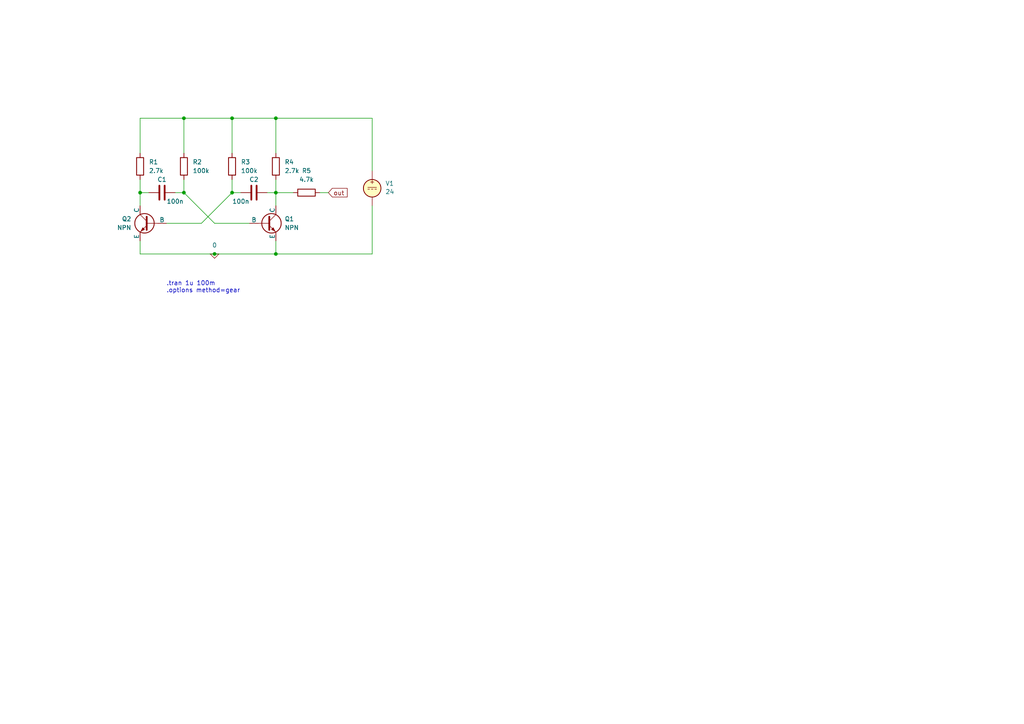
<source format=kicad_sch>
(kicad_sch (version 20231120) (generator "eeschema") (generator_version "8.0")
  (paper "A4")
  (lib_symbols
    (symbol "Device:C" (pin_numbers hide) (pin_names (offset 0.254))
      (property "Reference" "C" (at 0.635 2.54 0))
      (property "Value" "C" (at 0.635 -2.54 0))
      (symbol "C_0_1"
        (polyline (pts (xy -2.032 -0.762) (xy 2.032 -0.762)) (stroke (width 0.508)))
        (polyline (pts (xy -2.032 0.762) (xy 2.032 0.762)) (stroke (width 0.508)))
      )
      (symbol "C_1_1"
        (pin passive line (at 0 3.81 270) (length 2.794) (name "~") (number "1"))
        (pin passive line (at 0 -3.81 90) (length 2.794) (name "~") (number "2"))
      )
    )
    (symbol "Device:R" (pin_numbers hide) (pin_names (offset 0))
      (property "Reference" "R" (at 2.032 0 90))
      (property "Value" "R" (at 0 0 90))
      (symbol "R_0_1"
        (rectangle (start -1.016 -2.54) (end 1.016 2.54) (stroke (width 0.254)))
      )
      (symbol "R_1_1"
        (pin passive line (at 0 3.81 270) (length 1.27) (name "~") (number "1"))
        (pin passive line (at 0 -3.81 90) (length 1.27) (name "~") (number "2"))
      )
    )
    (symbol "Simulation_SPICE:0" (power) (pin_names (offset 0))
      (property "Value" "0" (at 0 -1.778 0))
      (symbol "0_0_1"
        (polyline (pts (xy -1.27 0) (xy 0 -1.27) (xy 1.27 0) (xy -1.27 0)))
      )
      (symbol "0_1_1"
        (pin power_in line (at 0 0 0) (length 0) hide (name "0") (number "1"))
      )
    )
    (symbol "Simulation_SPICE:NPN" (pin_numbers hide) (pin_names (offset 0))
      (property "Reference" "Q" (at -2.54 7.62 0))
      (property "Value" "NPN" (at -2.54 5.08 0))
      (symbol "NPN_0_1"
        (polyline (pts (xy -2.54 0) (xy 0.635 0)) (stroke (width 0.1524)))
        (polyline (pts (xy 0.635 0.635) (xy 2.54 2.54)))
        (polyline (pts (xy 2.794 -1.27) (xy 2.794 -1.27)) (stroke (width 0.1524)))
        (polyline (pts (xy 2.794 -1.27) (xy 2.794 -1.27)) (stroke (width 0.1524)))
        (polyline (pts (xy 0.635 -0.635) (xy 2.54 -2.54) (xy 2.54 -2.54)))
        (polyline (pts (xy 0.635 1.905) (xy 0.635 -1.905) (xy 0.635 -1.905)) (stroke (width 0.508)))
        (polyline (pts (xy 1.27 -1.778) (xy 1.778 -1.27) (xy 2.286 -2.286) (xy 1.27 -1.778) (xy 1.27 -1.778)) (fill (type outline)))
        (circle (center 1.27 0) (radius 2.8194) (stroke (width 0.254)))
      )
      (symbol "NPN_1_1"
        (pin open_collector line (at 2.54 5.08 270) (length 2.54) (name "C") (number "1"))
        (pin input line (at -5.08 0 0) (length 2.54) (name "B") (number "2"))
        (pin open_emitter line (at 2.54 -5.08 90) (length 2.54) (name "E") (number "3"))
      )
    )
    (symbol "Simulation_SPICE:VDC" (pin_numbers hide) (pin_names (offset 0.0254))
      (property "Reference" "V" (at 2.54 2.54 0))
      (property "Value" "1" (at 2.54 0 0))
      (symbol "VDC_0_0"
        (polyline (pts (xy -1.27 0.254) (xy 1.27 0.254)))
        (polyline (pts (xy -0.762 -0.254) (xy -1.27 -0.254)))
        (polyline (pts (xy 0.254 -0.254) (xy -0.254 -0.254)))
        (polyline (pts (xy 1.27 -0.254) (xy 0.762 -0.254)))
        (text "+" (at 0 1.905 0) (effects (font (size 1.27 1.27))))
      )
      (symbol "VDC_0_1"
        (circle (center 0 0) (radius 2.54) (stroke (width 0.254)) (fill (type background)))
      )
      (symbol "VDC_1_1"
        (pin passive line (at 0 5.08 270) (length 2.54) (name "~") (number "1"))
        (pin passive line (at 0 -5.08 90) (length 2.54) (name "~") (number "2"))
      )
    )
  )
  (junction (at 67.31 34.29))
  (junction (at 80.01 34.29))
  (junction (at 53.34 55.88))
  (junction (at 62.23 73.66))
  (junction (at 53.34 34.29))
  (junction (at 67.31 55.88))
  (junction (at 80.01 73.66))
  (junction (at 40.64 55.88))
  (junction (at 80.01 55.88))
  (wire (pts (xy 92.71 55.88) (xy 95.25 55.88)))
  (wire (pts (xy 43.18 55.88) (xy 40.64 55.88)))
  (wire (pts (xy 53.34 52.07) (xy 53.34 55.88)))
  (wire (pts (xy 53.34 34.29) (xy 40.64 34.29)))
  (wire (pts (xy 40.64 52.07) (xy 40.64 55.88)))
  (wire (pts (xy 53.34 34.29) (xy 67.31 34.29)))
  (wire (pts (xy 67.31 52.07) (xy 67.31 55.88)))
  (wire (pts (xy 40.64 69.85) (xy 40.64 73.66)))
  (wire (pts (xy 107.95 59.69) (xy 107.95 73.66)))
  (wire (pts (xy 58.42 64.77) (xy 67.31 55.88)))
  (wire (pts (xy 80.01 69.85) (xy 80.01 73.66)))
  (wire (pts (xy 53.34 55.88) (xy 50.8 55.88)))
  (wire (pts (xy 67.31 34.29) (xy 80.01 34.29)))
  (wire (pts (xy 80.01 34.29) (xy 80.01 44.45)))
  (wire (pts (xy 40.64 34.29) (xy 40.64 44.45)))
  (wire (pts (xy 62.23 64.77) (xy 72.39 64.77)))
  (wire (pts (xy 62.23 73.66) (xy 80.01 73.66)))
  (wire (pts (xy 107.95 34.29) (xy 107.95 49.53)))
  (wire (pts (xy 53.34 44.45) (xy 53.34 34.29)))
  (wire (pts (xy 80.01 52.07) (xy 80.01 55.88)))
  (wire (pts (xy 48.26 64.77) (xy 58.42 64.77)))
  (wire (pts (xy 80.01 73.66) (xy 107.95 73.66)))
  (wire (pts (xy 67.31 44.45) (xy 67.31 34.29)))
  (wire (pts (xy 67.31 55.88) (xy 69.85 55.88)))
  (wire (pts (xy 80.01 55.88) (xy 85.09 55.88)))
  (wire (pts (xy 40.64 73.66) (xy 62.23 73.66)))
  (wire (pts (xy 80.01 34.29) (xy 107.95 34.29)))
  (wire (pts (xy 62.23 64.77) (xy 53.34 55.88)))
  (wire (pts (xy 80.01 55.88) (xy 80.01 59.69)))
  (wire (pts (xy 77.47 55.88) (xy 80.01 55.88)))
  (wire (pts (xy 40.64 55.88) (xy 40.64 59.69)))
  (text ".tran 1u 100m\n.options method=gear" (at 48.26 85.09 0) (effects (font (size 1.27 1.27)) (justify left bottom)))
  (global_label "out" (shape input) (at 95.25 55.88 0) (property "Intersheetrefs" "${INTERSHEET_REFS}" (effects (hide yes))))
  (symbol (lib_id "Device:R") (at 88.9 55.88 90) (unit 1)
    (property "Reference" "R5" (at 88.9 49.53 90))
    (property "Value" "4.7k" (at 88.9 52.07 90))
  )
  (symbol (lib_id "Simulation_SPICE:0") (at 62.23 73.66 0) (unit 1)
    (property "Reference" "#GND01" (effects (hide yes)))
    (property "Value" "0" (at 62.23 71.12 0))
  )
  (symbol (lib_id "Simulation_SPICE:VDC") (at 107.95 54.61 0) (unit 1)
    (property "Reference" "V1" (at 111.76 53.2101 0) (effects (justify left)))
    (property "Value" "24" (at 111.76 55.626 0) (effects (justify left)))
    (property "Sim.Pins" "1=+ 2=-" (effects (hide yes)))
    (property "Sim.Type" "DC" (effects (hide yes)))
    (property "Sim.Device" "V" (effects (hide yes)))
  )
  (symbol (lib_id "Device:R") (at 80.01 48.26 0) (unit 1)
    (property "Reference" "R4" (at 82.55 46.9899 0) (effects (justify left)))
    (property "Value" "2.7k" (at 82.55 49.5299 0) (effects (justify left)))
  )
  (symbol (lib_id "Device:C") (at 46.99 55.88 270) (mirror x) (unit 1)
    (property "Reference" "C1" (at 46.99 52.07 90))
    (property "Value" "100n" (at 50.8 58.42 90))
  )
  (symbol (lib_id "Device:C") (at 73.66 55.88 90) (unit 1)
    (property "Reference" "C2" (at 73.66 52.07 90))
    (property "Value" "100n" (at 69.85 58.42 90))
  )
  (symbol (lib_id "Device:R") (at 67.31 48.26 0) (unit 1)
    (property "Reference" "R3" (at 69.85 46.9899 0) (effects (justify left)))
    (property "Value" "100k" (at 69.85 49.5299 0) (effects (justify left)))
    (property "Sim.Device" "R" (effects (hide yes)))
    (property "Sim.Pins" "1=+ 2=-" (effects (hide yes)))
  )
  (symbol (lib_id "Simulation_SPICE:NPN") (at 43.18 64.77 0) (mirror y) (unit 1)
    (property "Reference" "Q2" (at 38.1 63.5 0) (effects (justify left)))
    (property "Value" "NPN" (at 38.1 66.04 0) (effects (justify left)))
    (property "Sim.Device" "NPN" (effects (hide yes)))
    (property "Sim.Type" "GUMMELPOON" (effects (hide yes)))
    (property "Sim.Pins" "1=C 2=B 3=E" (effects (hide yes)))
    (property "Sim.Params" "cje=10p cjc=5p" (effects (hide yes)))
  )
  (symbol (lib_id "Device:R") (at 53.34 48.26 0) (mirror y) (unit 1)
    (property "Reference" "R2" (at 55.88 46.99 0) (effects (justify right)))
    (property "Value" "100k" (at 55.88 49.53 0) (effects (justify right)))
    (property "Sim.Device" "R" (effects (hide yes)))
    (property "Sim.Pins" "1=+ 2=-" (effects (hide yes)))
  )
  (symbol (lib_id "Simulation_SPICE:NPN") (at 77.47 64.77 0) (unit 1)
    (property "Reference" "Q1" (at 82.55 63.5 0) (effects (justify left)))
    (property "Value" "NPN" (at 82.55 66.04 0) (effects (justify left)))
    (property "Sim.Device" "NPN" (effects (hide yes)))
    (property "Sim.Type" "GUMMELPOON" (effects (hide yes)))
    (property "Sim.Pins" "1=C 2=B 3=E" (effects (hide yes)))
    (property "Sim.Params" "rb=100 cje=10p cjc=5p" (effects (hide yes)))
  )
  (symbol (lib_id "Device:R") (at 40.64 48.26 0) (mirror y) (unit 1)
    (property "Reference" "R1" (at 43.18 46.9899 0) (effects (justify right)))
    (property "Value" "2.7k" (at 43.18 49.5299 0) (effects (justify right)))
  )
)
</source>
